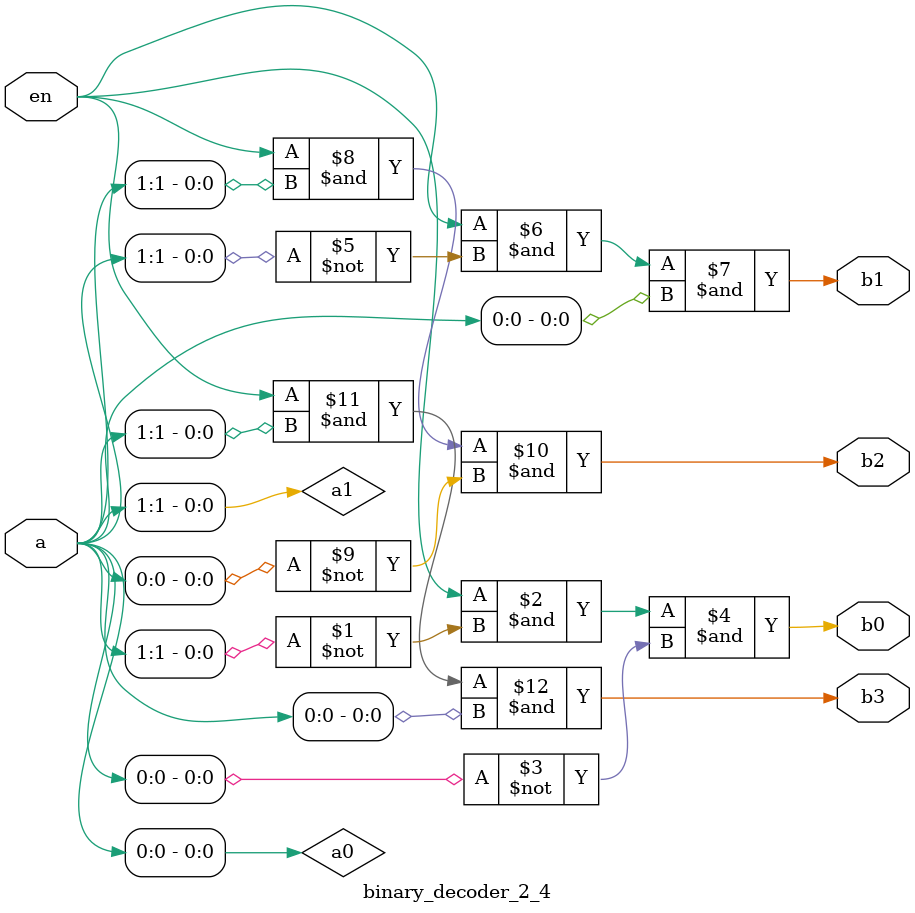
<source format=v>
module binary_decoder_2_4 (
    input wire en,
    input wire [1:0] a,
    output wire b3, b2, b1, b0
);
    wire a1, a0;

    assign a1 = a[1];
    assign a0 = a[0]; 

    assign b0 = en & ~a1 & ~a0;
    assign b1 = en & ~a1 &  a0;
    assign b2 = en &  a1 & ~a0;
    assign b3 = en &  a1 &  a0;

endmodule
</source>
